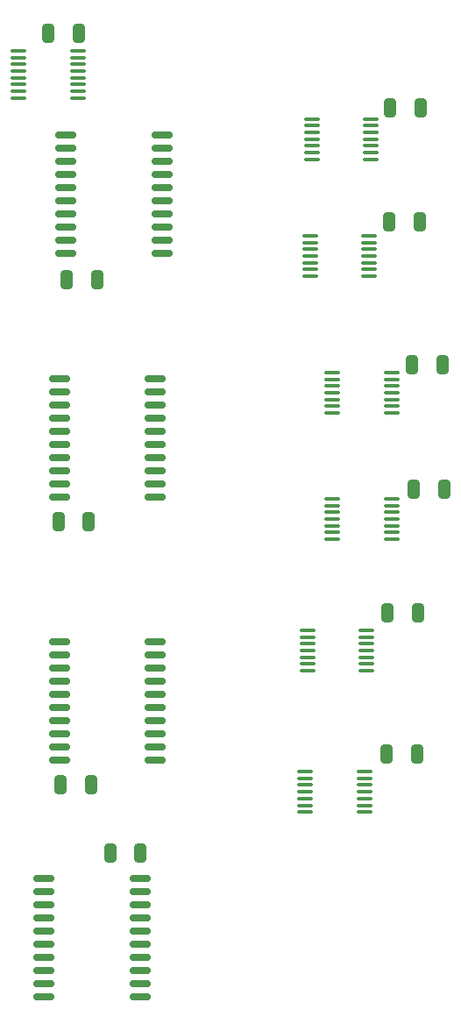
<source format=gbr>
%TF.GenerationSoftware,KiCad,Pcbnew,8.0.5-8.0.5-0~ubuntu24.04.1*%
%TF.CreationDate,2024-09-12T21:52:08+03:00*%
%TF.ProjectId,alu,616c752e-6b69-4636-9164-5f7063625858,rev?*%
%TF.SameCoordinates,Original*%
%TF.FileFunction,Paste,Top*%
%TF.FilePolarity,Positive*%
%FSLAX46Y46*%
G04 Gerber Fmt 4.6, Leading zero omitted, Abs format (unit mm)*
G04 Created by KiCad (PCBNEW 8.0.5-8.0.5-0~ubuntu24.04.1) date 2024-09-12 21:52:08*
%MOMM*%
%LPD*%
G01*
G04 APERTURE LIST*
G04 Aperture macros list*
%AMRoundRect*
0 Rectangle with rounded corners*
0 $1 Rounding radius*
0 $2 $3 $4 $5 $6 $7 $8 $9 X,Y pos of 4 corners*
0 Add a 4 corners polygon primitive as box body*
4,1,4,$2,$3,$4,$5,$6,$7,$8,$9,$2,$3,0*
0 Add four circle primitives for the rounded corners*
1,1,$1+$1,$2,$3*
1,1,$1+$1,$4,$5*
1,1,$1+$1,$6,$7*
1,1,$1+$1,$8,$9*
0 Add four rect primitives between the rounded corners*
20,1,$1+$1,$2,$3,$4,$5,0*
20,1,$1+$1,$4,$5,$6,$7,0*
20,1,$1+$1,$6,$7,$8,$9,0*
20,1,$1+$1,$8,$9,$2,$3,0*%
G04 Aperture macros list end*
%ADD10RoundRect,0.100000X-0.637500X-0.100000X0.637500X-0.100000X0.637500X0.100000X-0.637500X0.100000X0*%
%ADD11RoundRect,0.250000X-0.325000X-0.650000X0.325000X-0.650000X0.325000X0.650000X-0.325000X0.650000X0*%
%ADD12RoundRect,0.150000X0.875000X0.150000X-0.875000X0.150000X-0.875000X-0.150000X0.875000X-0.150000X0*%
%ADD13RoundRect,0.150000X-0.875000X-0.150000X0.875000X-0.150000X0.875000X0.150000X-0.875000X0.150000X0*%
%ADD14RoundRect,0.250000X0.325000X0.650000X-0.325000X0.650000X-0.325000X-0.650000X0.325000X-0.650000X0*%
G04 APERTURE END LIST*
D10*
%TO.C,U21*%
X82413000Y-39071000D03*
X82413000Y-39721000D03*
X82413000Y-40371000D03*
X82413000Y-41021000D03*
X82413000Y-41671000D03*
X82413000Y-42321000D03*
X82413000Y-42971000D03*
X88138000Y-42971000D03*
X88138000Y-42321000D03*
X88138000Y-41671000D03*
X88138000Y-41021000D03*
X88138000Y-40371000D03*
X88138000Y-39721000D03*
X88138000Y-39071000D03*
%TD*%
D11*
%TO.C,C28*%
X57925000Y-78000000D03*
X60875000Y-78000000D03*
%TD*%
%TO.C,C27*%
X58725000Y-54600000D03*
X61675000Y-54600000D03*
%TD*%
%TO.C,C25*%
X92250000Y-74800000D03*
X95200000Y-74800000D03*
%TD*%
D10*
%TO.C,U17*%
X84386500Y-75774000D03*
X84386500Y-76424000D03*
X84386500Y-77074000D03*
X84386500Y-77724000D03*
X84386500Y-78374000D03*
X84386500Y-79024000D03*
X84386500Y-79674000D03*
X90111500Y-79674000D03*
X90111500Y-79024000D03*
X90111500Y-78374000D03*
X90111500Y-77724000D03*
X90111500Y-77074000D03*
X90111500Y-76424000D03*
X90111500Y-75774000D03*
%TD*%
%TO.C,U14*%
X81778000Y-102108000D03*
X81778000Y-102758000D03*
X81778000Y-103408000D03*
X81778000Y-104058000D03*
X81778000Y-104708000D03*
X81778000Y-105358000D03*
X81778000Y-106008000D03*
X87503000Y-106008000D03*
X87503000Y-105358000D03*
X87503000Y-104708000D03*
X87503000Y-104058000D03*
X87503000Y-103408000D03*
X87503000Y-102758000D03*
X87503000Y-102108000D03*
%TD*%
D12*
%TO.C,U19*%
X67310000Y-75565000D03*
X67310000Y-74295000D03*
X67310000Y-73025000D03*
X67310000Y-71755000D03*
X67310000Y-70485000D03*
X67310000Y-69215000D03*
X67310000Y-67945000D03*
X67310000Y-66675000D03*
X67310000Y-65405000D03*
X67310000Y-64135000D03*
X58010000Y-64135000D03*
X58010000Y-65405000D03*
X58010000Y-66675000D03*
X58010000Y-67945000D03*
X58010000Y-69215000D03*
X58010000Y-70485000D03*
X58010000Y-71755000D03*
X58010000Y-73025000D03*
X58010000Y-74295000D03*
X58010000Y-75565000D03*
%TD*%
%TO.C,U16*%
X67310000Y-100965000D03*
X67310000Y-99695000D03*
X67310000Y-98425000D03*
X67310000Y-97155000D03*
X67310000Y-95885000D03*
X67310000Y-94615000D03*
X67310000Y-93345000D03*
X67310000Y-92075000D03*
X67310000Y-90805000D03*
X67310000Y-89535000D03*
X58010000Y-89535000D03*
X58010000Y-90805000D03*
X58010000Y-92075000D03*
X58010000Y-93345000D03*
X58010000Y-94615000D03*
X58010000Y-95885000D03*
X58010000Y-97155000D03*
X58010000Y-98425000D03*
X58010000Y-99695000D03*
X58010000Y-100965000D03*
%TD*%
%TO.C,U22*%
X67945000Y-52070000D03*
X67945000Y-50800000D03*
X67945000Y-49530000D03*
X67945000Y-48260000D03*
X67945000Y-46990000D03*
X67945000Y-45720000D03*
X67945000Y-44450000D03*
X67945000Y-43180000D03*
X67945000Y-41910000D03*
X67945000Y-40640000D03*
X58645000Y-40640000D03*
X58645000Y-41910000D03*
X58645000Y-43180000D03*
X58645000Y-44450000D03*
X58645000Y-45720000D03*
X58645000Y-46990000D03*
X58645000Y-48260000D03*
X58645000Y-49530000D03*
X58645000Y-50800000D03*
X58645000Y-52070000D03*
%TD*%
D10*
%TO.C,U15*%
X81973500Y-88474000D03*
X81973500Y-89124000D03*
X81973500Y-89774000D03*
X81973500Y-90424000D03*
X81973500Y-91074000D03*
X81973500Y-91724000D03*
X81973500Y-92374000D03*
X87698500Y-92374000D03*
X87698500Y-91724000D03*
X87698500Y-91074000D03*
X87698500Y-90424000D03*
X87698500Y-89774000D03*
X87698500Y-89124000D03*
X87698500Y-88474000D03*
%TD*%
%TO.C,U18*%
X84386500Y-63582000D03*
X84386500Y-64232000D03*
X84386500Y-64882000D03*
X84386500Y-65532000D03*
X84386500Y-66182000D03*
X84386500Y-66832000D03*
X84386500Y-67482000D03*
X90111500Y-67482000D03*
X90111500Y-66832000D03*
X90111500Y-66182000D03*
X90111500Y-65532000D03*
X90111500Y-64882000D03*
X90111500Y-64232000D03*
X90111500Y-63582000D03*
%TD*%
D11*
%TO.C,C14*%
X89925000Y-49000000D03*
X92875000Y-49000000D03*
%TD*%
%TO.C,C26*%
X89650000Y-100400000D03*
X92600000Y-100400000D03*
%TD*%
D10*
%TO.C,U29*%
X54092000Y-32497000D03*
X54092000Y-33147000D03*
X54092000Y-33797000D03*
X54092000Y-34447000D03*
X54092000Y-35097000D03*
X54092000Y-35747000D03*
X54092000Y-36397000D03*
X54092000Y-37047000D03*
X59817000Y-37047000D03*
X59817000Y-36397000D03*
X59817000Y-35747000D03*
X59817000Y-35097000D03*
X59817000Y-34447000D03*
X59817000Y-33797000D03*
X59817000Y-33147000D03*
X59817000Y-32497000D03*
%TD*%
D13*
%TO.C,U13*%
X56515000Y-112395000D03*
X56515000Y-113665000D03*
X56515000Y-114935000D03*
X56515000Y-116205000D03*
X56515000Y-117475000D03*
X56515000Y-118745000D03*
X56515000Y-120015000D03*
X56515000Y-121285000D03*
X56515000Y-122555000D03*
X56515000Y-123825000D03*
X65815000Y-123825000D03*
X65815000Y-122555000D03*
X65815000Y-121285000D03*
X65815000Y-120015000D03*
X65815000Y-118745000D03*
X65815000Y-117475000D03*
X65815000Y-116205000D03*
X65815000Y-114935000D03*
X65815000Y-113665000D03*
X65815000Y-112395000D03*
%TD*%
D14*
%TO.C,C23*%
X65875000Y-110000000D03*
X62925000Y-110000000D03*
%TD*%
D11*
%TO.C,C13*%
X90000000Y-38000000D03*
X92950000Y-38000000D03*
%TD*%
%TO.C,C30*%
X89725000Y-86800000D03*
X92675000Y-86800000D03*
%TD*%
%TO.C,C24*%
X92125000Y-62800000D03*
X95075000Y-62800000D03*
%TD*%
D10*
%TO.C,U20*%
X82227500Y-50374000D03*
X82227500Y-51024000D03*
X82227500Y-51674000D03*
X82227500Y-52324000D03*
X82227500Y-52974000D03*
X82227500Y-53624000D03*
X82227500Y-54274000D03*
X87952500Y-54274000D03*
X87952500Y-53624000D03*
X87952500Y-52974000D03*
X87952500Y-52324000D03*
X87952500Y-51674000D03*
X87952500Y-51024000D03*
X87952500Y-50374000D03*
%TD*%
D14*
%TO.C,C15*%
X59875000Y-30800000D03*
X56925000Y-30800000D03*
%TD*%
D11*
%TO.C,C29*%
X58125000Y-103400000D03*
X61075000Y-103400000D03*
%TD*%
M02*

</source>
